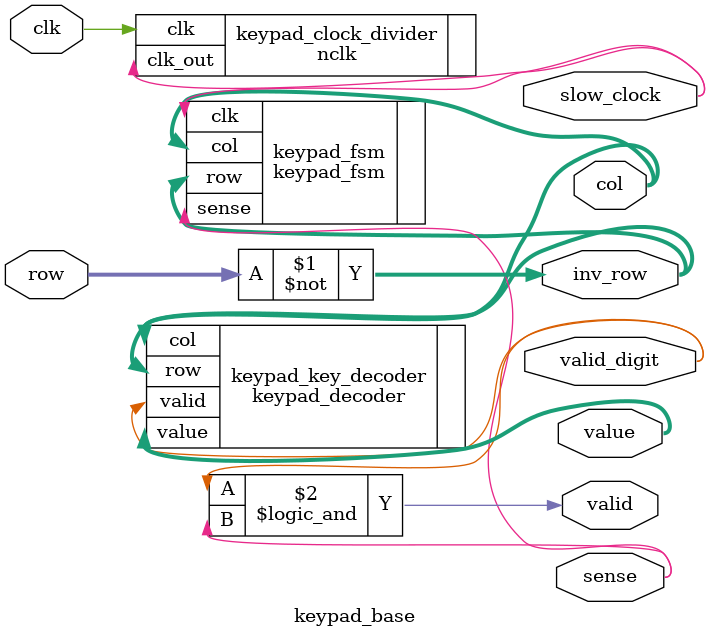
<source format=v>
module keypad_base( // Depends: nclk, keypad_fsm, keypad_decoder
		input clk,
		input [3:0] row,
		output [3:0] col,
		output [3:0] value,
		output valid,
		
		// Debug
		output slow_clock,
		output sense,
		output valid_digit,
		output [3:0] inv_row
	);
	
	assign inv_row = ~row;
	
	nclk #(100) keypad_clock_divider(
	.clk(clk),
	.clk_out(slow_clock)
	);
	
	keypad_fsm keypad_fsm(
	.clk(slow_clock),
	.row(inv_row),
	.col(col),
	.sense(sense)
	);
	
	keypad_decoder #(.BASE(10)) keypad_key_decoder(
	.row(inv_row),
	.col(col),
	.value(value),
	.valid(valid_digit)
	);
	
	assign valid = valid_digit && sense;
	
endmodule

</source>
